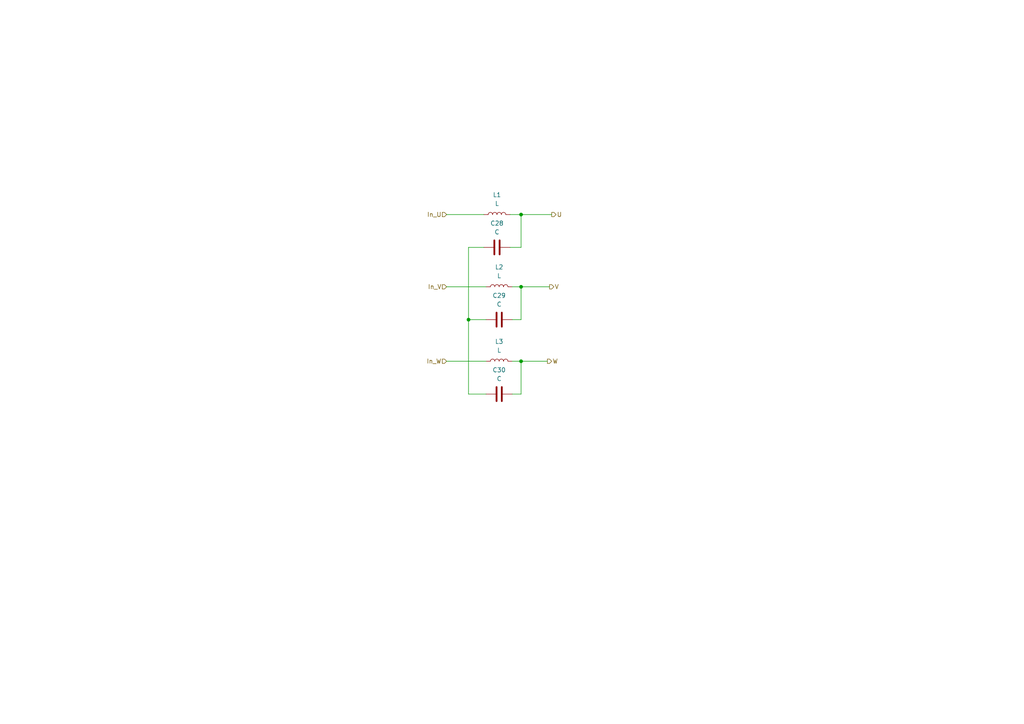
<source format=kicad_sch>
(kicad_sch (version 20230121) (generator eeschema)
  (paper "A4")
  (lib_symbols
    (symbol "Device:C" (pin_numbers hide) (pin_names (offset 0.254))
      (property "Reference" "C" (at 0.635 2.54 0))
      (property "Value" "C" (at 0.635 -2.54 0))
      (symbol "C_0_1"
        (polyline (pts (xy -2.032 -0.762) (xy 2.032 -0.762)) (stroke (width 0.508)))
        (polyline (pts (xy -2.032 0.762) (xy 2.032 0.762)) (stroke (width 0.508)))
      )
      (symbol "C_1_1"
        (pin passive line (at 0 3.81 270) (length 2.794) (name "~") (number "1"))
        (pin passive line (at 0 -3.81 90) (length 2.794) (name "~") (number "2"))
      )
    )
    (symbol "Device:L" (pin_numbers hide) (pin_names (offset 1.016) hide)
      (property "Reference" "L" (at -1.27 0 90))
      (property "Value" "L" (at 1.905 0 90))
      (symbol "L_0_1"
        (arc (start 0 -2.54) (mid 0.6323 -1.905) (end 0 -1.27))
        (arc (start 0 -1.27) (mid 0.6323 -0.635) (end 0 0))
        (arc (start 0 0) (mid 0.6323 0.635) (end 0 1.27))
        (arc (start 0 1.27) (mid 0.6323 1.905) (end 0 2.54))
      )
      (symbol "L_1_1"
        (pin passive line (at 0 3.81 270) (length 1.27) (name "1") (number "1"))
        (pin passive line (at 0 -3.81 90) (length 1.27) (name "2") (number "2"))
      )
    )
  )
  (junction (at 135.89 92.71))
  (junction (at 151.13 62.23))
  (junction (at 151.13 83.185))
  (junction (at 151.13 104.775))
  (wire (pts (xy 147.955 62.23) (xy 151.13 62.23)))
  (wire (pts (xy 151.13 62.23) (xy 151.13 71.755)))
  (wire (pts (xy 151.13 83.185) (xy 151.13 92.71)))
  (wire (pts (xy 151.13 71.755) (xy 147.955 71.755)))
  (wire (pts (xy 151.13 62.23) (xy 160.02 62.23)))
  (wire (pts (xy 135.89 114.3) (xy 135.89 92.71)))
  (wire (pts (xy 151.13 83.185) (xy 159.385 83.185)))
  (wire (pts (xy 140.97 114.3) (xy 135.89 114.3)))
  (wire (pts (xy 151.13 104.775) (xy 151.13 114.3)))
  (wire (pts (xy 151.13 114.3) (xy 148.59 114.3)))
  (wire (pts (xy 151.13 92.71) (xy 148.59 92.71)))
  (wire (pts (xy 135.89 71.755) (xy 135.89 92.71)))
  (wire (pts (xy 135.89 92.71) (xy 140.97 92.71)))
  (wire (pts (xy 148.59 83.185) (xy 151.13 83.185)))
  (wire (pts (xy 158.75 104.775) (xy 151.13 104.775)))
  (wire (pts (xy 148.59 104.775) (xy 151.13 104.775)))
  (wire (pts (xy 129.54 83.185) (xy 140.97 83.185)))
  (wire (pts (xy 129.54 104.775) (xy 140.97 104.775)))
  (wire (pts (xy 140.335 71.755) (xy 135.89 71.755)))
  (wire (pts (xy 129.54 62.23) (xy 140.335 62.23)))
  (hierarchical_label "V" (shape output) (at 159.385 83.185 0))
  (hierarchical_label "In_W" (shape input) (at 129.54 104.775 180))
  (hierarchical_label "W" (shape output) (at 158.75 104.775 0))
  (hierarchical_label "In_V" (shape input) (at 129.54 83.185 180))
  (hierarchical_label "In_U" (shape input) (at 129.54 62.23 180))
  (hierarchical_label "U" (shape output) (at 160.02 62.23 0))
  (symbol (lib_id "Device:L") (at 144.78 83.185 90) (unit 1)
    (property "Reference" "L2" (at 144.78 77.47 90))
    (property "Value" "L" (at 144.78 80.01 90))
  )
  (symbol (lib_id "Device:C") (at 144.78 114.3 90) (unit 1)
    (property "Reference" "C30" (at 144.78 107.315 90))
    (property "Value" "C" (at 144.78 109.855 90))
  )
  (symbol (lib_id "Device:C") (at 144.78 92.71 90) (unit 1)
    (property "Reference" "C29" (at 144.78 85.725 90))
    (property "Value" "C" (at 144.78 88.265 90))
  )
  (symbol (lib_id "Device:C") (at 144.145 71.755 90) (unit 1)
    (property "Reference" "C28" (at 144.145 64.77 90))
    (property "Value" "C" (at 144.145 67.31 90))
  )
  (symbol (lib_id "Device:L") (at 144.145 62.23 90) (unit 1)
    (property "Reference" "L1" (at 144.145 56.515 90))
    (property "Value" "L" (at 144.145 59.055 90))
  )
  (symbol (lib_id "Device:L") (at 144.78 104.775 90) (unit 1)
    (property "Reference" "L3" (at 144.78 99.06 90))
    (property "Value" "L" (at 144.78 101.6 90))
  )
)
</source>
